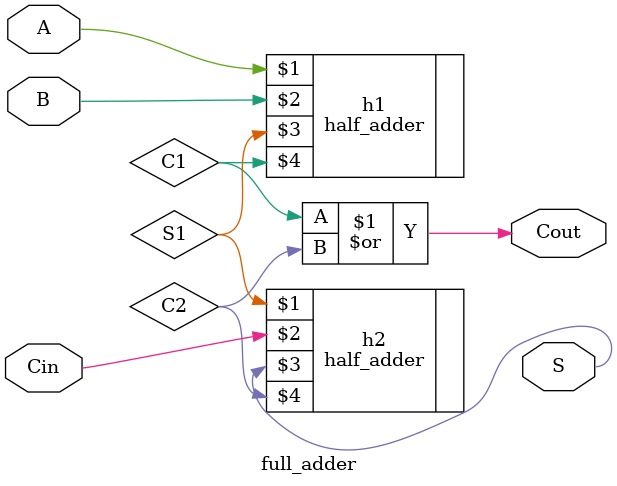
<source format=v>
`timescale 1ns / 1ps
module full_adder(input A, B, Cin, output S, Cout);
half_adder h1(A,B,S1,C1);
half_adder h2(S1,Cin,S,C2);
assign Cout=C1|C2;
endmodule

</source>
